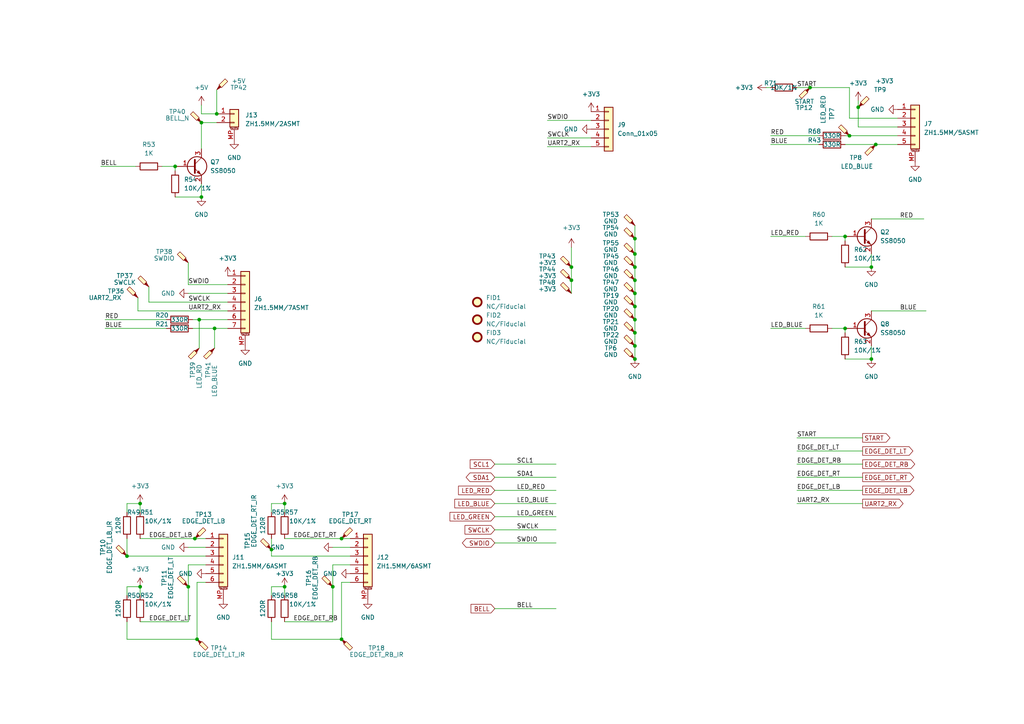
<source format=kicad_sch>
(kicad_sch (version 20230121) (generator eeschema)
  (paper "A4")
  (lib_symbols
    (symbol "Connector:TestPoint_Probe" (pin_numbers hide) (pin_names (offset 0.762) hide)
      (property "Reference" "TP" (at 1.651 5.842 0))
      (property "Value" "TestPoint_Probe" (at 1.651 4.064 0))
      (symbol "TestPoint_Probe_0_1"
        (polyline (pts (xy 1.27 0.762) (xy 0 0) (xy 0.762 1.27) (xy 1.27 0.762)) (fill (type outline)))
        (polyline (pts (xy 1.397 0.635) (xy 0.635 1.397) (xy 2.413 3.175) (xy 3.175 2.413) (xy 1.397 0.635)) (fill (type background)))
      )
      (symbol "TestPoint_Probe_1_1"
        (pin passive line (at 0 0 90) (length 0) (name "1") (number "1"))
      )
    )
    (symbol "Connector_Generic:Conn_01x05" (pin_names (offset 1.016) hide)
      (property "Reference" "J" (at 0 7.62 0))
      (property "Value" "Conn_01x05" (at 0 -7.62 0))
      (symbol "Conn_01x05_1_1"
        (rectangle (start -1.27 -4.953) (end 0 -5.207) (stroke (width 0.1524)))
        (rectangle (start -1.27 -2.413) (end 0 -2.667) (stroke (width 0.1524)))
        (rectangle (start -1.27 0.127) (end 0 -0.127) (stroke (width 0.1524)))
        (rectangle (start -1.27 2.667) (end 0 2.413) (stroke (width 0.1524)))
        (rectangle (start -1.27 5.207) (end 0 4.953) (stroke (width 0.1524)))
        (rectangle (start -1.27 6.35) (end 1.27 -6.35) (stroke (width 0.254)) (fill (type background)))
        (pin passive line (at -5.08 5.08 0) (length 3.81) (name "Pin_1") (number "1"))
        (pin passive line (at -5.08 2.54 0) (length 3.81) (name "Pin_2") (number "2"))
        (pin passive line (at -5.08 0 0) (length 3.81) (name "Pin_3") (number "3"))
        (pin passive line (at -5.08 -2.54 0) (length 3.81) (name "Pin_4") (number "4"))
        (pin passive line (at -5.08 -5.08 0) (length 3.81) (name "Pin_5") (number "5"))
      )
    )
    (symbol "Connector_Generic_MountingPin:Conn_01x02_MountingPin" (pin_names (offset 1.016) hide)
      (property "Reference" "J" (at 0 2.54 0))
      (property "Value" "Conn_01x02_MountingPin" (at 1.27 -5.08 0))
      (symbol "Conn_01x02_MountingPin_1_1"
        (rectangle (start -1.27 -2.413) (end 0 -2.667) (stroke (width 0.1524)))
        (rectangle (start -1.27 0.127) (end 0 -0.127) (stroke (width 0.1524)))
        (rectangle (start -1.27 1.27) (end 1.27 -3.81) (stroke (width 0.254)) (fill (type background)))
        (polyline (pts (xy -1.016 -4.572) (xy 1.016 -4.572)) (stroke (width 0.1524)))
        (text "Mounting" (at 0 -4.191 0) (effects (font (size 0.381 0.381))))
        (pin passive line (at -5.08 0 0) (length 3.81) (name "Pin_1") (number "1"))
        (pin passive line (at -5.08 -2.54 0) (length 3.81) (name "Pin_2") (number "2"))
        (pin passive line (at 0 -7.62 90) (length 3.048) (name "MountPin") (number "MP"))
      )
    )
    (symbol "Connector_Generic_MountingPin:Conn_01x05_MountingPin" (pin_names (offset 1.016) hide)
      (property "Reference" "J" (at 0 7.62 0))
      (property "Value" "Conn_01x05_MountingPin" (at 1.27 -7.62 0))
      (symbol "Conn_01x05_MountingPin_1_1"
        (rectangle (start -1.27 -4.953) (end 0 -5.207) (stroke (width 0.1524)))
        (rectangle (start -1.27 -2.413) (end 0 -2.667) (stroke (width 0.1524)))
        (rectangle (start -1.27 0.127) (end 0 -0.127) (stroke (width 0.1524)))
        (rectangle (start -1.27 2.667) (end 0 2.413) (stroke (width 0.1524)))
        (rectangle (start -1.27 5.207) (end 0 4.953) (stroke (width 0.1524)))
        (rectangle (start -1.27 6.35) (end 1.27 -6.35) (stroke (width 0.254)) (fill (type background)))
        (polyline (pts (xy -1.016 -7.112) (xy 1.016 -7.112)) (stroke (width 0.1524)))
        (text "Mounting" (at 0 -6.731 0) (effects (font (size 0.381 0.381))))
        (pin passive line (at -5.08 5.08 0) (length 3.81) (name "Pin_1") (number "1"))
        (pin passive line (at -5.08 2.54 0) (length 3.81) (name "Pin_2") (number "2"))
        (pin passive line (at -5.08 0 0) (length 3.81) (name "Pin_3") (number "3"))
        (pin passive line (at -5.08 -2.54 0) (length 3.81) (name "Pin_4") (number "4"))
        (pin passive line (at -5.08 -5.08 0) (length 3.81) (name "Pin_5") (number "5"))
        (pin passive line (at 0 -10.16 90) (length 3.048) (name "MountPin") (number "MP"))
      )
    )
    (symbol "Connector_Generic_MountingPin:Conn_01x06_MountingPin" (pin_names (offset 1.016) hide)
      (property "Reference" "J" (at 0 7.62 0))
      (property "Value" "Conn_01x06_MountingPin" (at 1.27 -10.16 0))
      (symbol "Conn_01x06_MountingPin_1_1"
        (rectangle (start -1.27 -7.493) (end 0 -7.747) (stroke (width 0.1524)))
        (rectangle (start -1.27 -4.953) (end 0 -5.207) (stroke (width 0.1524)))
        (rectangle (start -1.27 -2.413) (end 0 -2.667) (stroke (width 0.1524)))
        (rectangle (start -1.27 0.127) (end 0 -0.127) (stroke (width 0.1524)))
        (rectangle (start -1.27 2.667) (end 0 2.413) (stroke (width 0.1524)))
        (rectangle (start -1.27 5.207) (end 0 4.953) (stroke (width 0.1524)))
        (rectangle (start -1.27 6.35) (end 1.27 -8.89) (stroke (width 0.254)) (fill (type background)))
        (polyline (pts (xy -1.016 -9.652) (xy 1.016 -9.652)) (stroke (width 0.1524)))
        (text "Mounting" (at 0 -9.271 0) (effects (font (size 0.381 0.381))))
        (pin passive line (at -5.08 5.08 0) (length 3.81) (name "Pin_1") (number "1"))
        (pin passive line (at -5.08 2.54 0) (length 3.81) (name "Pin_2") (number "2"))
        (pin passive line (at -5.08 0 0) (length 3.81) (name "Pin_3") (number "3"))
        (pin passive line (at -5.08 -2.54 0) (length 3.81) (name "Pin_4") (number "4"))
        (pin passive line (at -5.08 -5.08 0) (length 3.81) (name "Pin_5") (number "5"))
        (pin passive line (at -5.08 -7.62 0) (length 3.81) (name "Pin_6") (number "6"))
        (pin passive line (at 0 -12.7 90) (length 3.048) (name "MountPin") (number "MP"))
      )
    )
    (symbol "Connector_Generic_MountingPin:Conn_01x07_MountingPin" (pin_names (offset 1.016) hide)
      (property "Reference" "J" (at 0 10.16 0))
      (property "Value" "Conn_01x07_MountingPin" (at 1.27 -10.16 0))
      (symbol "Conn_01x07_MountingPin_1_1"
        (rectangle (start -1.27 -7.493) (end 0 -7.747) (stroke (width 0.1524)))
        (rectangle (start -1.27 -4.953) (end 0 -5.207) (stroke (width 0.1524)))
        (rectangle (start -1.27 -2.413) (end 0 -2.667) (stroke (width 0.1524)))
        (rectangle (start -1.27 0.127) (end 0 -0.127) (stroke (width 0.1524)))
        (rectangle (start -1.27 2.667) (end 0 2.413) (stroke (width 0.1524)))
        (rectangle (start -1.27 5.207) (end 0 4.953) (stroke (width 0.1524)))
        (rectangle (start -1.27 7.747) (end 0 7.493) (stroke (width 0.1524)))
        (rectangle (start -1.27 8.89) (end 1.27 -8.89) (stroke (width 0.254)) (fill (type background)))
        (polyline (pts (xy -1.016 -9.652) (xy 1.016 -9.652)) (stroke (width 0.1524)))
        (text "Mounting" (at 0 -9.271 0) (effects (font (size 0.381 0.381))))
        (pin passive line (at -5.08 7.62 0) (length 3.81) (name "Pin_1") (number "1"))
        (pin passive line (at -5.08 5.08 0) (length 3.81) (name "Pin_2") (number "2"))
        (pin passive line (at -5.08 2.54 0) (length 3.81) (name "Pin_3") (number "3"))
        (pin passive line (at -5.08 0 0) (length 3.81) (name "Pin_4") (number "4"))
        (pin passive line (at -5.08 -2.54 0) (length 3.81) (name "Pin_5") (number "5"))
        (pin passive line (at -5.08 -5.08 0) (length 3.81) (name "Pin_6") (number "6"))
        (pin passive line (at -5.08 -7.62 0) (length 3.81) (name "Pin_7") (number "7"))
        (pin passive line (at 0 -12.7 90) (length 3.048) (name "MountPin") (number "MP"))
      )
    )
    (symbol "Device:Q_NPN_BEC" (pin_names (offset 0) hide)
      (property "Reference" "Q" (at 5.08 1.27 0))
      (property "Value" "Q_NPN_BEC" (at 5.08 -1.27 0))
      (symbol "Q_NPN_BEC_0_1"
        (polyline (pts (xy 0.635 0.635) (xy 2.54 2.54)))
        (polyline (pts (xy 0.635 -0.635) (xy 2.54 -2.54) (xy 2.54 -2.54)))
        (polyline (pts (xy 0.635 1.905) (xy 0.635 -1.905) (xy 0.635 -1.905)) (stroke (width 0.508)))
        (polyline (pts (xy 1.27 -1.778) (xy 1.778 -1.27) (xy 2.286 -2.286) (xy 1.27 -1.778) (xy 1.27 -1.778)) (fill (type outline)))
        (circle (center 1.27 0) (radius 2.8194) (stroke (width 0.254)))
      )
      (symbol "Q_NPN_BEC_1_1"
        (pin input line (at -5.08 0 0) (length 5.715) (name "B") (number "1"))
        (pin passive line (at 2.54 -5.08 90) (length 2.54) (name "E") (number "2"))
        (pin passive line (at 2.54 5.08 270) (length 2.54) (name "C") (number "3"))
      )
    )
    (symbol "Device:R" (pin_numbers hide) (pin_names (offset 0))
      (property "Reference" "R" (at 2.032 0 90))
      (property "Value" "R" (at 0 0 90))
      (symbol "R_0_1"
        (rectangle (start -1.016 -2.54) (end 1.016 2.54) (stroke (width 0.254)))
      )
      (symbol "R_1_1"
        (pin passive line (at 0 3.81 270) (length 1.27) (name "~") (number "1"))
        (pin passive line (at 0 -3.81 90) (length 1.27) (name "~") (number "2"))
      )
    )
    (symbol "Mechanical:Fiducial"
      (property "Reference" "FID" (at 0 5.08 0))
      (property "Value" "Fiducial" (at 0 3.175 0))
      (symbol "Fiducial_0_1"
        (circle (center 0 0) (radius 1.27) (stroke (width 0.508)) (fill (type background)))
      )
    )
    (symbol "power:+3V3" (power) (pin_names (offset 0))
      (property "Value" "+3V3" (at 0 3.556 0))
      (symbol "+3V3_0_1"
        (polyline (pts (xy -0.762 1.27) (xy 0 2.54)))
        (polyline (pts (xy 0 0) (xy 0 2.54)))
        (polyline (pts (xy 0 2.54) (xy 0.762 1.27)))
      )
      (symbol "+3V3_1_1"
        (pin power_in line (at 0 0 90) (length 0) hide (name "+3V3") (number "1"))
      )
    )
    (symbol "power:+5V" (power) (pin_names (offset 0))
      (property "Value" "+5V" (at 0 3.556 0))
      (symbol "+5V_0_1"
        (polyline (pts (xy -0.762 1.27) (xy 0 2.54)))
        (polyline (pts (xy 0 0) (xy 0 2.54)))
        (polyline (pts (xy 0 2.54) (xy 0.762 1.27)))
      )
      (symbol "+5V_1_1"
        (pin power_in line (at 0 0 90) (length 0) hide (name "+5V") (number "1"))
      )
    )
    (symbol "power:GND" (power) (pin_names (offset 0))
      (property "Value" "GND" (at 0 -3.81 0))
      (symbol "GND_0_1"
        (polyline (pts (xy 0 0) (xy 0 -1.27) (xy 1.27 -1.27) (xy 0 -2.54) (xy -1.27 -1.27) (xy 0 -1.27)))
      )
      (symbol "GND_1_1"
        (pin power_in line (at 0 0 270) (length 0) hide (name "GND") (number "1"))
      )
    )
  )
  (junction (at 62.865 33.02))
  (junction (at 184.15 77.47))
  (junction (at 184.15 73.66))
  (junction (at 54.61 170.18))
  (junction (at 36.83 161.29))
  (junction (at 165.735 81.28))
  (junction (at 184.15 92.71))
  (junction (at 245.11 95.25))
  (junction (at 246.38 39.37))
  (junction (at 184.15 104.14))
  (junction (at 184.15 88.9))
  (junction (at 252.73 104.14))
  (junction (at 184.15 96.52))
  (junction (at 234.95 25.4))
  (junction (at 56.515 156.21))
  (junction (at 82.55 170.18))
  (junction (at 184.15 81.28))
  (junction (at 40.64 146.05))
  (junction (at 78.74 159.385))
  (junction (at 99.06 185.42))
  (junction (at 57.785 92.71))
  (junction (at 254 41.91))
  (junction (at 248.92 31.115))
  (junction (at 40.64 170.18))
  (junction (at 245.11 68.58))
  (junction (at 58.42 57.15))
  (junction (at 58.42 35.56))
  (junction (at 184.15 85.09))
  (junction (at 184.15 100.33))
  (junction (at 99.06 156.21))
  (junction (at 50.8 48.26))
  (junction (at 252.73 77.47))
  (junction (at 184.15 69.215))
  (junction (at 82.55 146.05))
  (junction (at 165.735 77.47))
  (junction (at 96.52 170.18))
  (junction (at 57.15 185.42))
  (junction (at 62.23 95.25))
  (wire (pts (xy 246.38 39.37) (xy 260.35 39.37)))
  (wire (pts (xy 82.55 156.21) (xy 99.06 156.21)))
  (wire (pts (xy 99.06 185.42) (xy 99.06 168.91)))
  (wire (pts (xy 36.83 156.21) (xy 36.83 161.29)))
  (wire (pts (xy 231.14 138.43) (xy 250.19 138.43)))
  (wire (pts (xy 99.06 156.21) (xy 101.6 156.21)))
  (wire (pts (xy 254 41.91) (xy 260.35 41.91)))
  (wire (pts (xy 184.15 69.215) (xy 184.15 73.66)))
  (wire (pts (xy 143.51 176.53) (xy 161.29 176.53)))
  (wire (pts (xy 143.51 157.48) (xy 161.29 157.48)))
  (wire (pts (xy 231.14 127) (xy 250.19 127)))
  (wire (pts (xy 248.92 36.83) (xy 260.35 36.83)))
  (wire (pts (xy 165.735 77.47) (xy 165.735 81.28)))
  (wire (pts (xy 231.14 25.4) (xy 234.95 25.4)))
  (wire (pts (xy 54.61 163.83) (xy 59.69 163.83)))
  (wire (pts (xy 245.11 77.47) (xy 252.73 77.47)))
  (wire (pts (xy 223.52 95.25) (xy 233.68 95.25)))
  (wire (pts (xy 36.83 172.72) (xy 36.83 170.18)))
  (wire (pts (xy 36.83 148.59) (xy 36.83 146.05)))
  (wire (pts (xy 252.73 73.66) (xy 252.73 77.47)))
  (wire (pts (xy 165.735 81.28) (xy 165.735 85.09)))
  (wire (pts (xy 58.42 35.56) (xy 58.42 43.18)))
  (wire (pts (xy 223.52 41.91) (xy 237.49 41.91)))
  (wire (pts (xy 158.75 40.005) (xy 171.45 40.005)))
  (wire (pts (xy 55.88 92.71) (xy 57.785 92.71)))
  (wire (pts (xy 36.83 185.42) (xy 57.15 185.42)))
  (wire (pts (xy 57.785 92.71) (xy 57.785 100.965)))
  (wire (pts (xy 43.18 87.63) (xy 66.04 87.63)))
  (wire (pts (xy 78.74 185.42) (xy 99.06 185.42)))
  (wire (pts (xy 40.005 86.36) (xy 40.005 90.17)))
  (wire (pts (xy 36.83 161.29) (xy 59.69 161.29)))
  (wire (pts (xy 252.73 63.5) (xy 267.97 63.5)))
  (wire (pts (xy 245.11 104.14) (xy 252.73 104.14)))
  (wire (pts (xy 245.11 41.91) (xy 254 41.91)))
  (wire (pts (xy 158.75 34.925) (xy 171.45 34.925)))
  (wire (pts (xy 54.61 170.18) (xy 54.61 163.83)))
  (wire (pts (xy 231.14 134.62) (xy 250.19 134.62)))
  (wire (pts (xy 62.23 95.25) (xy 66.04 95.25)))
  (wire (pts (xy 50.8 48.26) (xy 50.8 49.53)))
  (wire (pts (xy 78.74 146.05) (xy 82.55 146.05)))
  (wire (pts (xy 246.38 25.4) (xy 246.38 34.29)))
  (wire (pts (xy 143.51 142.24) (xy 161.29 142.24)))
  (wire (pts (xy 62.23 95.25) (xy 62.23 100.965)))
  (wire (pts (xy 57.15 168.91) (xy 59.69 168.91)))
  (wire (pts (xy 252.73 100.33) (xy 252.73 104.14)))
  (wire (pts (xy 78.74 148.59) (xy 78.74 146.05)))
  (wire (pts (xy 143.51 146.05) (xy 161.29 146.05)))
  (wire (pts (xy 58.42 30.48) (xy 58.42 33.02)))
  (wire (pts (xy 222.25 25.4) (xy 223.52 25.4)))
  (wire (pts (xy 82.55 146.05) (xy 82.55 148.59)))
  (wire (pts (xy 241.3 95.25) (xy 245.11 95.25)))
  (wire (pts (xy 246.38 34.29) (xy 260.35 34.29)))
  (wire (pts (xy 58.42 53.34) (xy 58.42 57.15)))
  (wire (pts (xy 223.52 68.58) (xy 233.68 68.58)))
  (wire (pts (xy 58.42 35.56) (xy 62.865 35.56)))
  (wire (pts (xy 184.15 85.09) (xy 184.15 88.9)))
  (wire (pts (xy 231.14 142.24) (xy 250.19 142.24)))
  (wire (pts (xy 184.15 81.28) (xy 184.15 85.09)))
  (wire (pts (xy 46.99 48.26) (xy 50.8 48.26)))
  (wire (pts (xy 54.61 85.09) (xy 66.04 85.09)))
  (wire (pts (xy 78.74 172.72) (xy 78.74 170.18)))
  (wire (pts (xy 40.64 156.21) (xy 56.515 156.21)))
  (wire (pts (xy 62.865 26.035) (xy 62.865 33.02)))
  (wire (pts (xy 234.95 25.4) (xy 246.38 25.4)))
  (wire (pts (xy 143.51 153.67) (xy 161.29 153.67)))
  (wire (pts (xy 231.14 146.05) (xy 250.19 146.05)))
  (wire (pts (xy 158.75 42.545) (xy 171.45 42.545)))
  (wire (pts (xy 30.48 92.71) (xy 48.26 92.71)))
  (wire (pts (xy 96.52 170.18) (xy 96.52 163.83)))
  (wire (pts (xy 40.64 146.05) (xy 40.64 148.59)))
  (wire (pts (xy 165.735 71.755) (xy 165.735 77.47)))
  (wire (pts (xy 101.6 158.75) (xy 96.52 158.75)))
  (wire (pts (xy 40.64 170.18) (xy 40.64 172.72)))
  (wire (pts (xy 50.8 57.15) (xy 58.42 57.15)))
  (wire (pts (xy 54.61 82.55) (xy 66.04 82.55)))
  (wire (pts (xy 248.92 31.115) (xy 248.92 36.83)))
  (wire (pts (xy 143.51 149.86) (xy 161.29 149.86)))
  (wire (pts (xy 184.15 96.52) (xy 184.15 100.33)))
  (wire (pts (xy 29.21 48.26) (xy 39.37 48.26)))
  (wire (pts (xy 58.42 33.02) (xy 62.865 33.02)))
  (wire (pts (xy 36.83 180.34) (xy 36.83 185.42)))
  (wire (pts (xy 184.15 88.9) (xy 184.15 92.71)))
  (wire (pts (xy 55.88 95.25) (xy 62.23 95.25)))
  (wire (pts (xy 99.06 168.91) (xy 101.6 168.91)))
  (wire (pts (xy 78.74 161.29) (xy 101.6 161.29)))
  (wire (pts (xy 59.69 158.75) (xy 54.61 158.75)))
  (wire (pts (xy 252.73 90.17) (xy 268.605 90.17)))
  (wire (pts (xy 82.55 170.18) (xy 82.55 172.72)))
  (wire (pts (xy 56.515 156.21) (xy 59.69 156.21)))
  (wire (pts (xy 231.14 130.81) (xy 250.19 130.81)))
  (wire (pts (xy 40.005 90.17) (xy 66.04 90.17)))
  (wire (pts (xy 43.18 83.185) (xy 43.18 87.63)))
  (wire (pts (xy 184.15 77.47) (xy 184.15 81.28)))
  (wire (pts (xy 223.52 39.37) (xy 237.49 39.37)))
  (wire (pts (xy 241.3 68.58) (xy 245.11 68.58)))
  (wire (pts (xy 57.785 92.71) (xy 66.04 92.71)))
  (wire (pts (xy 78.74 170.18) (xy 82.55 170.18)))
  (wire (pts (xy 82.55 180.34) (xy 96.52 180.34)))
  (wire (pts (xy 36.83 170.18) (xy 40.64 170.18)))
  (wire (pts (xy 78.74 159.385) (xy 78.74 161.29)))
  (wire (pts (xy 184.15 100.33) (xy 184.15 104.14)))
  (wire (pts (xy 248.92 29.21) (xy 248.92 31.115)))
  (wire (pts (xy 184.15 73.66) (xy 184.15 77.47)))
  (wire (pts (xy 30.48 95.25) (xy 48.26 95.25)))
  (wire (pts (xy 36.83 146.05) (xy 40.64 146.05)))
  (wire (pts (xy 245.11 95.25) (xy 245.11 96.52)))
  (wire (pts (xy 184.15 92.71) (xy 184.15 96.52)))
  (wire (pts (xy 57.15 185.42) (xy 57.15 168.91)))
  (wire (pts (xy 54.61 180.34) (xy 54.61 170.18)))
  (wire (pts (xy 143.51 138.43) (xy 161.29 138.43)))
  (wire (pts (xy 78.74 156.21) (xy 78.74 159.385)))
  (wire (pts (xy 143.51 134.62) (xy 161.29 134.62)))
  (wire (pts (xy 245.11 68.58) (xy 245.11 69.85)))
  (wire (pts (xy 96.52 163.83) (xy 101.6 163.83)))
  (wire (pts (xy 96.52 180.34) (xy 96.52 170.18)))
  (wire (pts (xy 54.61 76.2) (xy 54.61 82.55)))
  (wire (pts (xy 78.74 180.34) (xy 78.74 185.42)))
  (wire (pts (xy 40.64 180.34) (xy 54.61 180.34)))
  (wire (pts (xy 184.15 65.405) (xy 184.15 69.215)))
  (wire (pts (xy 245.11 39.37) (xy 246.38 39.37)))
  (label "BLUE" (at 223.52 41.91 0))
  (label "SWCLK" (at 149.86 153.67 0))
  (label "BELL" (at 29.21 48.26 0))
  (label "EDGE_DET_RB" (at 85.09 180.34 0))
  (label "SWDIO" (at 149.86 157.48 0))
  (label "BLUE" (at 260.985 90.17 0))
  (label "EDGE_DET_RT" (at 231.14 138.43 0))
  (label "SDA1" (at 149.86 138.43 0))
  (label "EDGE_DET_LB" (at 231.14 142.24 0))
  (label "LED_BLUE" (at 223.52 95.25 0))
  (label "EDGE_DET_LT" (at 43.18 180.34 0))
  (label "EDGE_DET_RB" (at 231.14 134.62 0))
  (label "LED_RED" (at 149.86 142.24 0))
  (label "SWDIO" (at 158.75 34.925 0))
  (label "RED" (at 260.985 63.5 0))
  (label "EDGE_DET_LT" (at 231.14 130.81 0))
  (label "RED" (at 30.48 92.71 0))
  (label "SWCLK" (at 158.75 40.005 0))
  (label "UART2_RX" (at 231.14 146.05 0))
  (label "BELL" (at 149.86 176.53 0))
  (label "EDGE_DET_RT" (at 85.09 156.21 0))
  (label "UART2_RX" (at 54.61 90.17 0))
  (label "LED_RED" (at 223.52 68.58 0))
  (label "RED" (at 223.52 39.37 0))
  (label "LED_BLUE" (at 149.86 146.05 0))
  (label "EDGE_DET_LB" (at 43.18 156.21 0))
  (label "UART2_RX" (at 158.75 42.545 0))
  (label "START" (at 231.14 127 0))
  (label "SWCLK" (at 54.61 87.63 0))
  (label "SWDIO" (at 54.61 82.55 0))
  (label "BLUE" (at 30.48 95.25 0))
  (label "LED_GREEN" (at 149.86 149.86 0))
  (label "SCL1" (at 149.86 134.62 0))
  (label "START" (at 231.14 25.4 0))
  (global_label "LED_GREEN" (shape input) (at 143.51 149.86 180) (property "Intersheetrefs" "${INTERSHEET_REFS}" (effects hide)))
  (global_label "SDA1" (shape bidirectional) (at 143.51 138.43 180) (property "Intersheetrefs" "${INTERSHEET_REFS}" (effects hide)))
  (global_label "LED_RED" (shape input) (at 143.51 142.24 180) (property "Intersheetrefs" "${INTERSHEET_REFS}" (effects hide)))
  (global_label "EDGE_DET_RT" (shape output) (at 250.19 138.43 0) (property "Intersheetrefs" "${INTERSHEET_REFS}" (effects hide)))
  (global_label "SWDIO" (shape bidirectional) (at 143.51 157.48 180) (property "Intersheetrefs" "${INTERSHEET_REFS}" (effects hide)))
  (global_label "EDGE_DET_LT" (shape output) (at 250.19 130.81 0) (property "Intersheetrefs" "${INTERSHEET_REFS}" (effects hide)))
  (global_label "EDGE_DET_LB" (shape output) (at 250.19 142.24 0) (property "Intersheetrefs" "${INTERSHEET_REFS}" (effects hide)))
  (global_label "START" (shape output) (at 250.19 127 0) (property "Intersheetrefs" "${INTERSHEET_REFS}" (effects hide)))
  (global_label "SWCLK" (shape input) (at 143.51 153.67 180) (property "Intersheetrefs" "${INTERSHEET_REFS}" (effects hide)))
  (global_label "SCL1" (shape input) (at 143.51 134.62 180) (property "Intersheetrefs" "${INTERSHEET_REFS}" (effects hide)))
  (global_label "LED_BLUE" (shape input) (at 143.51 146.05 180) (property "Intersheetrefs" "${INTERSHEET_REFS}" (effects hide)))
  (global_label "EDGE_DET_RB" (shape output) (at 250.19 134.62 0) (property "Intersheetrefs" "${INTERSHEET_REFS}" (effects hide)))
  (global_label "UART2_RX" (shape output) (at 250.19 146.05 0) (property "Intersheetrefs" "${INTERSHEET_REFS}" (effects hide)))
  (global_label "BELL" (shape input) (at 143.51 176.53 180) (property "Intersheetrefs" "${INTERSHEET_REFS}" (effects hide)))
  (symbol (lib_id "Connector_Generic_MountingPin:Conn_01x02_MountingPin") (at 67.945 33.02 0) (unit 1)
    (property "Reference" "J13" (at 71.12 33.3755 0) (effects (justify left)))
    (property "Value" "ZH1.5MM/2ASMT" (at 71.12 35.9155 0) (effects (justify left)))
    (property "Footprint" "Ovo_Connector_JST:JST_ZH_B2B-ZR-SM4-TF_1x02-1MP_P1.50mm_Vertical" (effects hide))
  )
  (symbol (lib_id "power:GND") (at 67.945 40.64 0) (unit 1)
    (property "Reference" "#PWR0193" (effects hide))
    (property "Value" "GND" (at 67.945 45.72 0))
  )
  (symbol (lib_id "Connector:TestPoint_Probe") (at 184.15 77.47 90) (unit 1)
    (property "Reference" "TP45" (at 177.165 74.295 90))
    (property "Value" "GND" (at 177.165 76.2 90))
    (property "Footprint" "TestPoint:TestPoint_Pad_D1.0mm" (effects hide))
  )
  (symbol (lib_id "Connector:TestPoint_Probe") (at 184.15 65.405 90) (unit 1)
    (property "Reference" "TP53" (at 177.165 62.23 90))
    (property "Value" "GND" (at 177.165 64.135 90))
    (property "Footprint" "TestPoint:TestPoint_Pad_D1.0mm" (effects hide))
  )
  (symbol (lib_id "Connector:TestPoint_Probe") (at 248.92 31.115 0) (unit 1)
    (property "Reference" "TP9" (at 255.27 26.035 0))
    (property "Value" "+3V3" (at 256.54 23.495 0))
    (property "Footprint" "TestPoint:TestPoint_Pad_D1.0mm" (effects hide))
  )
  (symbol (lib_id "Device:R") (at 245.11 100.33 0) (unit 1)
    (property "Reference" "R63" (at 247.65 99.0599 0) (effects (justify left)))
    (property "Value" "10K/1%" (at 247.65 101.5999 0) (effects (justify left)))
    (property "Footprint" "Resistor_SMD:R_0603_1608Metric" (effects hide))
  )
  (symbol (lib_id "Connector_Generic_MountingPin:Conn_01x07_MountingPin") (at 71.12 87.63 0) (unit 1)
    (property "Reference" "J6" (at 73.66 86.7155 0) (effects (justify left)))
    (property "Value" "ZH1.5MM/7ASMT" (at 73.66 89.2555 0) (effects (justify left)))
    (property "Footprint" "Ovo_Connector_JST:JST_ZH_B7B-ZR-SM4-TF_1x07-1MP_P1.50mm_Vertical" (effects hide))
  )
  (symbol (lib_id "Device:R") (at 40.64 152.4 0) (unit 1)
    (property "Reference" "R51" (at 40.64 148.59 0) (effects (justify left)))
    (property "Value" "10K/1%" (at 41.91 151.13 0) (effects (justify left)))
    (property "Footprint" "Resistor_SMD:R_0603_1608Metric" (effects hide))
  )
  (symbol (lib_id "power:GND") (at 106.68 173.99 0) (unit 1)
    (property "Reference" "#PWR0180" (effects hide))
    (property "Value" "GND" (at 106.68 179.07 0))
  )
  (symbol (lib_id "power:+3V3") (at 222.25 25.4 90) (unit 1)
    (property "Reference" "#PWR0198" (effects hide))
    (property "Value" "+3V3" (at 218.44 25.3999 90) (effects (justify left)))
  )
  (symbol (lib_id "power:+3V3") (at 82.55 146.05 0) (unit 1)
    (property "Reference" "#PWR0205" (effects hide))
    (property "Value" "+3V3" (at 82.55 140.97 0))
  )
  (symbol (lib_id "Device:R") (at 241.3 41.91 90) (unit 1)
    (property "Reference" "R43" (at 236.22 40.64 90))
    (property "Value" "330R" (at 241.3 41.91 90))
    (property "Footprint" "Resistor_SMD:R_0603_1608Metric" (effects hide))
  )
  (symbol (lib_id "power:GND") (at 252.73 104.14 0) (unit 1)
    (property "Reference" "#PWR0192" (effects hide))
    (property "Value" "GND" (at 252.73 109.22 0))
  )
  (symbol (lib_id "Device:R") (at 82.55 176.53 0) (unit 1)
    (property "Reference" "R58" (at 82.55 172.72 0) (effects (justify left)))
    (property "Value" "10K/1%" (at 83.82 175.26 0) (effects (justify left)))
    (property "Footprint" "Resistor_SMD:R_0603_1608Metric" (effects hide))
  )
  (symbol (lib_id "Connector:TestPoint_Probe") (at 165.735 85.09 90) (unit 1)
    (property "Reference" "TP48" (at 158.75 81.915 90))
    (property "Value" "+3V3" (at 158.75 83.82 90))
    (property "Footprint" "TestPoint:TestPoint_Pad_D1.0mm" (effects hide))
  )
  (symbol (lib_id "Device:Q_NPN_BEC") (at 250.19 68.58 0) (unit 1)
    (property "Reference" "Q2" (at 255.27 67.3099 0) (effects (justify left)))
    (property "Value" "SS8050" (at 255.27 69.8499 0) (effects (justify left)))
    (property "Footprint" "Package_TO_SOT_SMD:SOT-23" (effects hide))
  )
  (symbol (lib_id "Connector:TestPoint_Probe") (at 57.785 100.965 180) (unit 1)
    (property "Reference" "TP39" (at 55.88 107.315 90))
    (property "Value" "LED_RD" (at 57.785 109.22 90))
    (property "Footprint" "TestPoint:TestPoint_Pad_D1.0mm" (effects hide))
  )
  (symbol (lib_id "Connector:TestPoint_Probe") (at 96.52 170.18 90) (unit 1)
    (property "Reference" "TP16" (at 89.535 167.64 0))
    (property "Value" "EDGE_DET_RB" (at 91.44 167.64 0))
    (property "Footprint" "TestPoint:TestPoint_Pad_D1.0mm" (effects hide))
  )
  (symbol (lib_id "Device:R") (at 36.83 152.4 0) (unit 1)
    (property "Reference" "R49" (at 36.83 148.59 0) (effects (justify left)))
    (property "Value" "120R" (at 34.29 154.94 90) (effects (justify left)))
    (property "Footprint" "Resistor_SMD:R_0603_1608Metric" (effects hide))
  )
  (symbol (lib_id "Connector_Generic:Conn_01x05") (at 176.53 37.465 0) (unit 1)
    (property "Reference" "J9" (at 179.07 36.1949 0) (effects (justify left)))
    (property "Value" "Conn_01x05" (at 179.07 38.7349 0) (effects (justify left)))
    (property "Footprint" "Connector_PinHeader_2.00mm:PinHeader_1x05_P2.00mm_Vertical" (effects hide))
  )
  (symbol (lib_id "Connector:TestPoint_Probe") (at 184.15 73.66 90) (unit 1)
    (property "Reference" "TP55" (at 177.165 70.485 90))
    (property "Value" "GND" (at 177.165 72.39 90))
    (property "Footprint" "TestPoint:TestPoint_Pad_D1.0mm" (effects hide))
  )
  (symbol (lib_id "Device:R") (at 52.07 92.71 90) (unit 1)
    (property "Reference" "R20" (at 46.99 91.44 90))
    (property "Value" "330R" (at 52.07 92.71 90))
    (property "Footprint" "Resistor_SMD:R_0603_1608Metric" (effects hide))
  )
  (symbol (lib_id "Connector:TestPoint_Probe") (at 99.06 156.21 0) (unit 1)
    (property "Reference" "TP17" (at 101.6 149.225 0))
    (property "Value" "EDGE_DET_RT" (at 101.6 151.13 0))
    (property "Footprint" "TestPoint:TestPoint_Pad_D1.0mm" (effects hide))
  )
  (symbol (lib_id "power:+3V3") (at 40.64 146.05 0) (unit 1)
    (property "Reference" "#PWR0206" (effects hide))
    (property "Value" "+3V3" (at 40.64 140.97 0))
  )
  (symbol (lib_id "power:GND") (at 184.15 104.14 0) (unit 1)
    (property "Reference" "#PWR0131" (effects hide))
    (property "Value" "GND" (at 184.15 109.22 0))
  )
  (symbol (lib_id "power:GND") (at 54.61 158.75 270) (unit 1)
    (property "Reference" "#PWR0216" (effects hide))
    (property "Value" "GND" (at 50.8 158.75 90) (effects (justify right)))
  )
  (symbol (lib_id "Device:R") (at 40.64 176.53 0) (unit 1)
    (property "Reference" "R52" (at 40.64 172.72 0) (effects (justify left)))
    (property "Value" "10K/1%" (at 41.91 175.26 0) (effects (justify left)))
    (property "Footprint" "Resistor_SMD:R_0603_1608Metric" (effects hide))
  )
  (symbol (lib_id "Connector:TestPoint_Probe") (at 184.15 100.33 90) (unit 1)
    (property "Reference" "TP22" (at 177.165 97.155 90))
    (property "Value" "GND" (at 177.165 99.06 90))
    (property "Footprint" "TestPoint:TestPoint_Pad_D1.0mm" (effects hide))
  )
  (symbol (lib_id "Connector_Generic_MountingPin:Conn_01x06_MountingPin") (at 64.77 161.29 0) (unit 1)
    (property "Reference" "J11" (at 67.31 161.6455 0) (effects (justify left)))
    (property "Value" "ZH1.5MM/6ASMT" (at 67.31 164.1855 0) (effects (justify left)))
    (property "Footprint" "Ovo_Connector_JST:JST_ZH_B6B-ZR-SM4-TF_1x06-1MP_P1.50mm_Vertical" (effects hide))
  )
  (symbol (lib_id "Device:R") (at 36.83 176.53 0) (unit 1)
    (property "Reference" "R50" (at 36.83 172.72 0) (effects (justify left)))
    (property "Value" "120R" (at 34.29 179.07 90) (effects (justify left)))
    (property "Footprint" "Resistor_SMD:R_0603_1608Metric" (effects hide))
  )
  (symbol (lib_id "power:GND") (at 71.12 100.33 0) (unit 1)
    (property "Reference" "#PWR0177" (effects hide))
    (property "Value" "GND" (at 71.12 105.41 0))
  )
  (symbol (lib_id "power:+3V3") (at 66.04 80.01 0) (unit 1)
    (property "Reference" "#PWR0114" (effects hide))
    (property "Value" "+3V3" (at 66.04 74.93 0))
  )
  (symbol (lib_id "Connector:TestPoint_Probe") (at 165.735 81.28 90) (unit 1)
    (property "Reference" "TP44" (at 158.75 78.105 90))
    (property "Value" "+3V3" (at 158.75 80.01 90))
    (property "Footprint" "TestPoint:TestPoint_Pad_D1.0mm" (effects hide))
  )
  (symbol (lib_id "Device:Q_NPN_BEC") (at 55.88 48.26 0) (unit 1)
    (property "Reference" "Q7" (at 60.96 46.9899 0) (effects (justify left)))
    (property "Value" "SS8050" (at 60.96 49.5299 0) (effects (justify left)))
    (property "Footprint" "Package_TO_SOT_SMD:SOT-23" (effects hide))
  )
  (symbol (lib_id "power:+5V") (at 58.42 30.48 0) (unit 1)
    (property "Reference" "#PWR0219" (effects hide))
    (property "Value" "+5V" (at 58.42 25.4 0))
  )
  (symbol (lib_id "power:GND") (at 265.43 46.99 0) (unit 1)
    (property "Reference" "#PWR0182" (effects hide))
    (property "Value" "GND" (at 265.43 52.07 0))
  )
  (symbol (lib_id "Connector:TestPoint_Probe") (at 184.15 104.14 90) (unit 1)
    (property "Reference" "TP6" (at 177.165 100.965 90))
    (property "Value" "GND" (at 177.165 102.87 90))
    (property "Footprint" "TestPoint:TestPoint_Pad_D1.0mm" (effects hide))
  )
  (symbol (lib_id "Connector:TestPoint_Probe") (at 62.865 26.035 0) (unit 1)
    (property "Reference" "TP42" (at 69.215 25.4 0))
    (property "Value" "+5V" (at 69.215 23.495 0))
    (property "Footprint" "TestPoint:TestPoint_Pad_D1.0mm" (effects hide))
  )
  (symbol (lib_id "Connector_Generic_MountingPin:Conn_01x06_MountingPin") (at 106.68 161.29 0) (unit 1)
    (property "Reference" "J12" (at 109.22 161.6455 0) (effects (justify left)))
    (property "Value" "ZH1.5MM/6ASMT" (at 109.22 164.1855 0) (effects (justify left)))
    (property "Footprint" "Ovo_Connector_JST:JST_ZH_B6B-ZR-SM4-TF_1x06-1MP_P1.50mm_Vertical" (effects hide))
  )
  (symbol (lib_id "Connector:TestPoint_Probe") (at 43.18 83.185 90) (unit 1)
    (property "Reference" "TP37" (at 36.195 80.01 90))
    (property "Value" "SWCLK" (at 36.195 81.915 90))
    (property "Footprint" "TestPoint:TestPoint_Pad_D1.0mm" (effects hide))
  )
  (symbol (lib_id "Mechanical:Fiducial") (at 138.43 87.63 0) (unit 1)
    (property "Reference" "FID1" (at 140.97 86.3599 0) (effects (justify left)))
    (property "Value" "NC/Fiducial" (at 140.97 88.8999 0) (effects (justify left)))
    (property "Footprint" "Fiducial:Fiducial_1mm_Mask2mm" (effects hide))
  )
  (symbol (lib_id "Device:R") (at 52.07 95.25 90) (unit 1)
    (property "Reference" "R21" (at 46.99 93.98 90))
    (property "Value" "330R" (at 52.07 95.25 90))
    (property "Footprint" "Resistor_SMD:R_0603_1608Metric" (effects hide))
  )
  (symbol (lib_id "power:+3V3") (at 40.64 170.18 0) (unit 1)
    (property "Reference" "#PWR0218" (effects hide))
    (property "Value" "+3V3" (at 40.64 165.1 0))
  )
  (symbol (lib_id "Connector:TestPoint_Probe") (at 40.005 86.36 90) (unit 1)
    (property "Reference" "TP36" (at 33.655 84.455 90))
    (property "Value" "UART2_RX" (at 30.48 86.36 90))
    (property "Footprint" "TestPoint:TestPoint_Pad_D1.0mm" (effects hide))
  )
  (symbol (lib_id "Connector_Generic_MountingPin:Conn_01x05_MountingPin") (at 265.43 36.83 0) (unit 1)
    (property "Reference" "J7" (at 267.97 35.9155 0) (effects (justify left)))
    (property "Value" "ZH1.5MM/5ASMT" (at 267.97 38.4555 0) (effects (justify left)))
    (property "Footprint" "Ovo_Connector_JST:JST_ZH_B5B-ZR-SM4-TF_1x05-1MP_P1.50mm_Vertical" (effects hide))
  )
  (symbol (lib_id "power:GND") (at 96.52 158.75 270) (unit 1)
    (property "Reference" "#PWR0212" (effects hide))
    (property "Value" "GND" (at 82.55 158.7499 90) (effects (justify right)))
  )
  (symbol (lib_id "Connector:TestPoint_Probe") (at 78.74 159.385 90) (unit 1)
    (property "Reference" "TP15" (at 71.755 156.845 0))
    (property "Value" "EDGE_DET_RT_IR" (at 73.66 151.13 0))
    (property "Footprint" "TestPoint:TestPoint_Pad_D1.0mm" (effects hide))
  )
  (symbol (lib_id "Device:R") (at 241.3 39.37 90) (unit 1)
    (property "Reference" "R68" (at 236.22 38.1 90))
    (property "Value" "330R" (at 241.3 39.37 90))
    (property "Footprint" "Resistor_SMD:R_0603_1608Metric" (effects hide))
  )
  (symbol (lib_id "power:+3V3") (at 165.735 71.755 0) (unit 1)
    (property "Reference" "#PWR0176" (effects hide))
    (property "Value" "+3V3" (at 165.735 66.04 0))
  )
  (symbol (lib_id "power:+3V3") (at 171.45 32.385 0) (unit 1)
    (property "Reference" "#PWR0209" (effects hide))
    (property "Value" "+3V3" (at 171.45 27.305 0))
  )
  (symbol (lib_id "Device:R") (at 237.49 95.25 90) (unit 1)
    (property "Reference" "R61" (at 237.49 88.9 90))
    (property "Value" "1K" (at 237.49 91.44 90))
    (property "Footprint" "Resistor_SMD:R_0603_1608Metric" (effects hide))
  )
  (symbol (lib_id "Connector:TestPoint_Probe") (at 184.15 81.28 90) (unit 1)
    (property "Reference" "TP46" (at 177.165 78.105 90))
    (property "Value" "GND" (at 177.165 80.01 90))
    (property "Footprint" "TestPoint:TestPoint_Pad_D1.0mm" (effects hide))
  )
  (symbol (lib_id "Device:R") (at 237.49 68.58 90) (unit 1)
    (property "Reference" "R60" (at 237.49 62.23 90))
    (property "Value" "1K" (at 237.49 64.77 90))
    (property "Footprint" "Resistor_SMD:R_0603_1608Metric" (effects hide))
  )
  (symbol (lib_id "Connector:TestPoint_Probe") (at 184.15 92.71 90) (unit 1)
    (property "Reference" "TP20" (at 177.165 89.535 90))
    (property "Value" "GND" (at 177.165 91.44 90))
    (property "Footprint" "TestPoint:TestPoint_Pad_D1.0mm" (effects hide))
  )
  (symbol (lib_id "Mechanical:Fiducial") (at 138.43 92.71 0) (unit 1)
    (property "Reference" "FID2" (at 140.97 91.4399 0) (effects (justify left)))
    (property "Value" "NC/Fiducial" (at 140.97 93.9799 0) (effects (justify left)))
    (property "Footprint" "Fiducial:Fiducial_1mm_Mask2mm" (effects hide))
  )
  (symbol (lib_id "Device:R") (at 78.74 176.53 0) (unit 1)
    (property "Reference" "R56" (at 78.74 172.72 0) (effects (justify left)))
    (property "Value" "120R" (at 76.2 179.07 90) (effects (justify left)))
    (property "Footprint" "Resistor_SMD:R_0603_1608Metric" (effects hide))
  )
  (symbol (lib_id "Device:R") (at 78.74 152.4 0) (unit 1)
    (property "Reference" "R55" (at 78.74 148.59 0) (effects (justify left)))
    (property "Value" "120R" (at 76.2 154.94 90) (effects (justify left)))
    (property "Footprint" "Resistor_SMD:R_0603_1608Metric" (effects hide))
  )
  (symbol (lib_id "Connector:TestPoint_Probe") (at 165.735 77.47 90) (unit 1)
    (property "Reference" "TP43" (at 158.75 74.295 90))
    (property "Value" "+3V3" (at 158.75 76.2 90))
    (property "Footprint" "TestPoint:TestPoint_Pad_D1.0mm" (effects hide))
  )
  (symbol (lib_id "power:+3V3") (at 248.92 29.21 0) (unit 1)
    (property "Reference" "#PWR0199" (effects hide))
    (property "Value" "+3V3" (at 248.92 24.13 0))
  )
  (symbol (lib_id "Connector:TestPoint_Probe") (at 184.15 69.215 90) (unit 1)
    (property "Reference" "TP54" (at 177.165 66.04 90))
    (property "Value" "GND" (at 177.165 67.945 90))
    (property "Footprint" "TestPoint:TestPoint_Pad_D1.0mm" (effects hide))
  )
  (symbol (lib_id "Device:Q_NPN_BEC") (at 250.19 95.25 0) (unit 1)
    (property "Reference" "Q8" (at 255.27 93.9799 0) (effects (justify left)))
    (property "Value" "SS8050" (at 255.27 96.5199 0) (effects (justify left)))
    (property "Footprint" "Package_TO_SOT_SMD:SOT-23" (effects hide))
  )
  (symbol (lib_id "power:GND") (at 64.77 173.99 0) (unit 1)
    (property "Reference" "#PWR0178" (effects hide))
    (property "Value" "GND" (at 64.77 179.07 0))
  )
  (symbol (lib_id "Device:R") (at 43.18 48.26 90) (unit 1)
    (property "Reference" "R53" (at 43.18 41.91 90))
    (property "Value" "1K" (at 43.18 44.45 90))
    (property "Footprint" "Resistor_SMD:R_0603_1608Metric" (effects hide))
  )
  (symbol (lib_id "Connector:TestPoint_Probe") (at 62.23 100.965 180) (unit 1)
    (property "Reference" "TP41" (at 60.325 107.315 90))
    (property "Value" "LED_BLUE" (at 62.23 110.49 90))
    (property "Footprint" "TestPoint:TestPoint_Pad_D1.0mm" (effects hide))
  )
  (symbol (lib_id "Connector:TestPoint_Probe") (at 56.515 156.21 0) (unit 1)
    (property "Reference" "TP13" (at 59.055 149.225 0))
    (property "Value" "EDGE_DET_LB" (at 59.055 151.13 0))
    (property "Footprint" "TestPoint:TestPoint_Pad_D1.0mm" (effects hide))
  )
  (symbol (lib_id "Device:R") (at 82.55 152.4 0) (unit 1)
    (property "Reference" "R57" (at 82.55 148.59 0) (effects (justify left)))
    (property "Value" "10K/1%" (at 83.82 151.13 0) (effects (justify left)))
    (property "Footprint" "Resistor_SMD:R_0603_1608Metric" (effects hide))
  )
  (symbol (lib_id "Device:R") (at 245.11 73.66 0) (unit 1)
    (property "Reference" "R62" (at 247.65 72.3899 0) (effects (justify left)))
    (property "Value" "10K/1%" (at 247.65 74.9299 0) (effects (justify left)))
    (property "Footprint" "Resistor_SMD:R_0603_1608Metric" (effects hide))
  )
  (symbol (lib_id "power:GND") (at 101.6 166.37 270) (unit 1)
    (property "Reference" "#PWR0213" (effects hide))
    (property "Value" "GND" (at 97.79 166.37 90) (effects (justify right)))
  )
  (symbol (lib_id "Connector:TestPoint_Probe") (at 58.42 35.56 90) (unit 1)
    (property "Reference" "TP40" (at 51.435 32.385 90))
    (property "Value" "BELL_N" (at 51.435 34.29 90))
    (property "Footprint" "TestPoint:TestPoint_Pad_D1.0mm" (effects hide))
  )
  (symbol (lib_id "Connector:TestPoint_Probe") (at 54.61 170.18 90) (unit 1)
    (property "Reference" "TP11" (at 47.625 167.64 0))
    (property "Value" "EDGE_DET_LT" (at 49.53 167.64 0))
    (property "Footprint" "TestPoint:TestPoint_Pad_D1.0mm" (effects hide))
  )
  (symbol (lib_id "Connector:TestPoint_Probe") (at 57.15 185.42 270) (unit 1)
    (property "Reference" "TP14" (at 63.5 187.96 90))
    (property "Value" "EDGE_DET_LT_IR" (at 63.5 189.865 90))
    (property "Footprint" "TestPoint:TestPoint_Pad_D1.0mm" (effects hide))
  )
  (symbol (lib_id "power:GND") (at 260.35 31.75 270) (unit 1)
    (property "Reference" "#PWR0200" (effects hide))
    (property "Value" "GND" (at 256.54 31.7499 90) (effects (justify right)))
  )
  (symbol (lib_id "Connector:TestPoint_Probe") (at 234.95 25.4 180) (unit 1)
    (property "Reference" "TP12" (at 233.299 31.242 0))
    (property "Value" "START" (at 233.299 29.464 0))
    (property "Footprint" "TestPoint:TestPoint_Pad_D1.0mm" (effects hide))
  )
  (symbol (lib_id "Connector:TestPoint_Probe") (at 184.15 88.9 90) (unit 1)
    (property "Reference" "TP19" (at 177.165 85.725 90))
    (property "Value" "GND" (at 177.165 87.63 90))
    (property "Footprint" "TestPoint:TestPoint_Pad_D1.0mm" (effects hide))
  )
  (symbol (lib_id "Connector:TestPoint_Probe") (at 184.15 85.09 90) (unit 1)
    (property "Reference" "TP47" (at 177.165 81.915 90))
    (property "Value" "GND" (at 177.165 83.82 90))
    (property "Footprint" "TestPoint:TestPoint_Pad_D1.0mm" (effects hide))
  )
  (symbol (lib_id "Connector:TestPoint_Probe") (at 54.61 76.2 90) (unit 1)
    (property "Reference" "TP38" (at 47.625 73.025 90))
    (property "Value" "SWDIO" (at 47.625 74.93 90))
    (property "Footprint" "TestPoint:TestPoint_Pad_D1.0mm" (effects hide))
  )
  (symbol (lib_id "Connector:TestPoint_Probe") (at 99.06 185.42 270) (unit 1)
    (property "Reference" "TP18" (at 109.22 187.96 90))
    (property "Value" "EDGE_DET_RB_IR" (at 109.22 189.865 90))
    (property "Footprint" "TestPoint:TestPoint_Pad_D1.0mm" (effects hide))
  )
  (symbol (lib_id "Connector:TestPoint_Probe") (at 184.15 96.52 90) (unit 1)
    (property "Reference" "TP21" (at 177.165 93.345 90))
    (property "Value" "GND" (at 177.165 95.25 90))
    (property "Footprint" "TestPoint:TestPoint_Pad_D1.0mm" (effects hide))
  )
  (symbol (lib_id "power:GND") (at 59.69 166.37 270) (unit 1)
    (property "Reference" "#PWR0217" (effects hide))
    (property "Value" "GND" (at 55.88 166.37 90) (effects (justify right)))
  )
  (symbol (lib_id "power:GND") (at 252.73 77.47 0) (unit 1)
    (property "Reference" "#PWR0191" (effects hide))
    (property "Value" "GND" (at 252.73 82.55 0))
  )
  (symbol (lib_id "Device:R") (at 227.33 25.4 90) (unit 1)
    (property "Reference" "R71" (at 223.52 24.13 90))
    (property "Value" "10K/1%" (at 227.33 25.4 90))
    (property "Footprint" "Resistor_SMD:R_0603_1608Metric" (effects hide))
  )
  (symbol (lib_id "Device:R") (at 50.8 53.34 0) (unit 1)
    (property "Reference" "R54" (at 53.34 52.0699 0) (effects (justify left)))
    (property "Value" "10K/1%" (at 53.34 54.6099 0) (effects (justify left)))
    (property "Footprint" "Resistor_SMD:R_0603_1608Metric" (effects hide))
  )
  (symbol (lib_id "power:GND") (at 58.42 57.15 0) (unit 1)
    (property "Reference" "#PWR0220" (effects hide))
    (property "Value" "GND" (at 58.42 62.23 0))
  )
  (symbol (lib_id "power:+3V3") (at 82.55 170.18 0) (unit 1)
    (property "Reference" "#PWR0211" (effects hide))
    (property "Value" "+3V3" (at 82.55 166.37 0))
  )
  (symbol (lib_id "power:GND") (at 54.61 85.09 270) (unit 1)
    (property "Reference" "#PWR0116" (effects hide))
    (property "Value" "GND" (at 50.8 85.0899 90) (effects (justify right)))
  )
  (symbol (lib_id "Connector:TestPoint_Probe") (at 254 41.91 180) (unit 1)
    (property "Reference" "TP8" (at 246.38 45.72 0) (effects (justify right)))
    (property "Value" "LED_BLUE" (at 243.84 48.26 0) (effects (justify right)))
    (property "Footprint" "TestPoint:TestPoint_Pad_D1.0mm" (effects hide))
  )
  (symbol (lib_id "power:GND") (at 171.45 37.465 270) (unit 1)
    (property "Reference" "#PWR0210" (effects hide))
    (property "Value" "GND" (at 167.64 37.4649 90) (effects (justify right)))
  )
  (symbol (lib_id "Mechanical:Fiducial") (at 138.43 97.79 0) (unit 1)
    (property "Reference" "FID3" (at 140.97 96.5199 0) (effects (justify left)))
    (property "Value" "NC/Fiducial" (at 140.97 99.0599 0) (effects (justify left)))
    (property "Footprint" "Fiducial:Fiducial_1mm_Mask2mm" (effects hide))
  )
  (symbol (lib_id "Connector:TestPoint_Probe") (at 246.38 39.37 90) (unit 1)
    (property "Reference" "TP7" (at 241.3 33.02 0))
    (property "Value" "LED_RED" (at 238.76 31.75 0))
    (property "Footprint" "TestPoint:TestPoint_Pad_D1.0mm" (effects hide))
  )
  (symbol (lib_id "Connector:TestPoint_Probe") (at 36.83 161.29 90) (unit 1)
    (property "Reference" "TP10" (at 29.845 158.75 0))
    (property "Value" "EDGE_DET_LB_IR" (at 31.75 158.75 0))
    (property "Footprint" "TestPoint:TestPoint_Pad_D1.0mm" (effects hide))
  )
)
</source>
